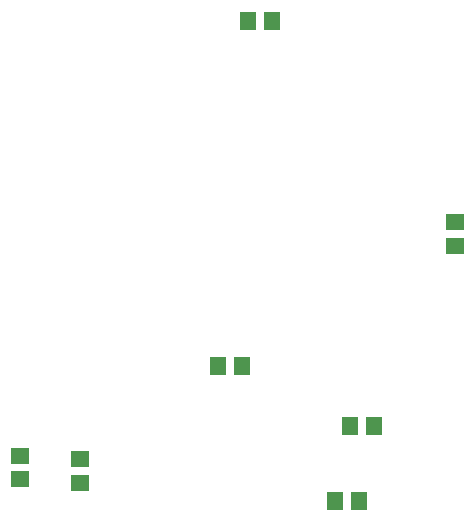
<source format=gtp>
G04*
G04 #@! TF.GenerationSoftware,Altium Limited,Altium Designer,19.1.7 (138)*
G04*
G04 Layer_Color=8421504*
%FSLAX25Y25*%
%MOIN*%
G70*
G01*
G75*
%ADD16R,0.05512X0.05906*%
%ADD17R,0.05906X0.05512*%
D16*
X158937Y105000D02*
D03*
X151063D02*
D03*
X161063Y220000D02*
D03*
X168937D02*
D03*
X197874Y60000D02*
D03*
X190000D02*
D03*
X195000Y85000D02*
D03*
X202874D02*
D03*
D17*
X105000Y73937D02*
D03*
Y66063D02*
D03*
X85000Y75000D02*
D03*
Y67126D02*
D03*
X230000Y152874D02*
D03*
Y145000D02*
D03*
M02*

</source>
